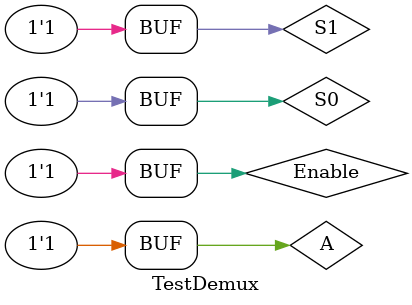
<source format=v>
`timescale 1ns / 1ps


module TestDemux;

	// Inputs
	reg A;
	reg S0;
	reg S1;
	reg Enable;

	// Outputs
	wire D0;
	wire D1;
	wire D2;
	wire D3;

	// Instantiate the Unit Under Test (UUT)
	Demux uut (
		.A(A), 
		.S0(S0), 
		.S1(S1), 
		.Enable(Enable), 
		.D0(D0), 
		.D1(D1), 
		.D2(D2), 
		.D3(D3)
	);

	initial begin
		// Initialize Inputs
		A = 1;S0 = 0;S1 = 0;Enable = 0;#100;
		A = 1;S0 = 0;S1 = 0;Enable = 1;#100;
		A = 1;S0 = 0;S1 = 1;Enable = 1;#100;
		A = 1;S0 = 1;S1 = 0;Enable = 1;#100;
		A = 1;S0 = 1;S1 = 1;Enable = 1;#100;
        
		

	end
      
endmodule


</source>
